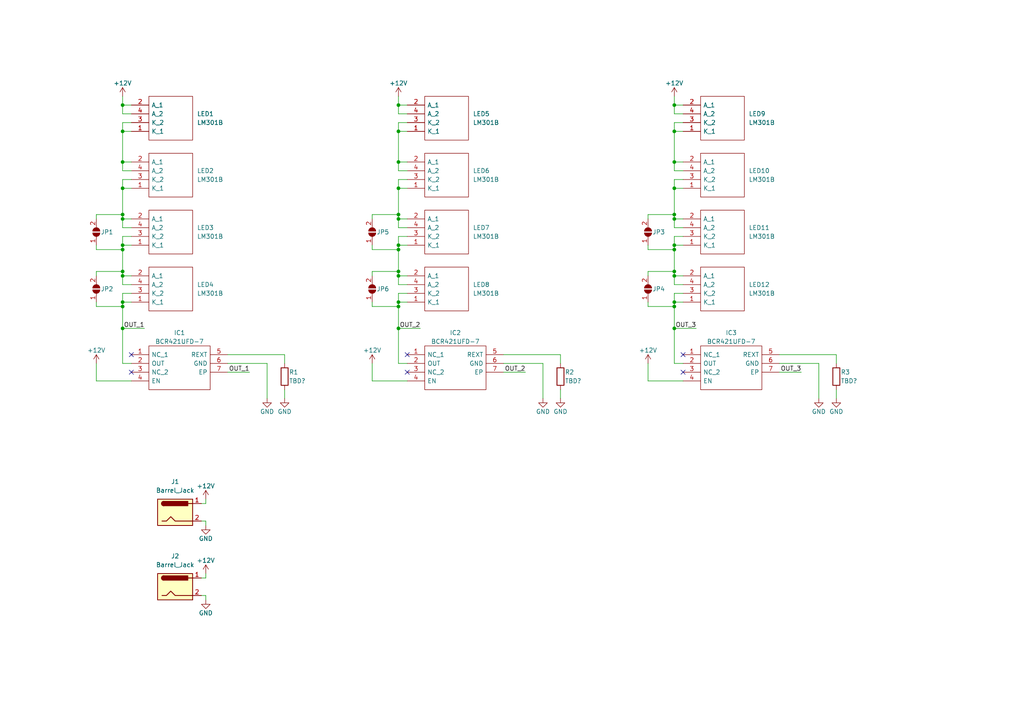
<source format=kicad_sch>
(kicad_sch (version 20211123) (generator eeschema)
  (paper "A4")
  (title_block (title "Kallax Light - White Light PCBA") (date "2022-12-06") (rev "Version 1"))
  (lib_symbols
    (symbol "BCR421UFD:BCR421UFD-7" (pin_names (offset 0.762))
      (property "Reference" "IC" (at 24.13 7.62 0))
      (property "Value" "BCR421UFD-7" (at 24.13 5.08 0))
      (symbol "BCR421UFD-7_0_0"
        (pin passive line (at 0 0 0) (length 5.08) (name "NC_1") (number "1"))
        (pin passive line (at 0 -2.54 0) (length 5.08) (name "OUT") (number "2"))
        (pin passive line (at 0 -5.08 0) (length 5.08) (name "NC_2") (number "3"))
        (pin passive line (at 0 -7.62 0) (length 5.08) (name "EN") (number "4"))
        (pin passive line (at 27.94 0 180) (length 5.08) (name "REXT") (number "5"))
        (pin passive line (at 27.94 -2.54 180) (length 5.08) (name "GND") (number "6"))
        (pin passive line (at 27.94 -5.08 180) (length 5.08) (name "EP") (number "7"))
      )
      (symbol "BCR421UFD-7_0_1"
        (polyline (pts (xy 5.08 2.54) (xy 22.86 2.54) (xy 22.86 -10.16) (xy 5.08 -10.16) (xy 5.08 2.54)) (stroke (width 0.1524)))
      )
    )
    (symbol "Connector:Barrel_Jack" (pin_names (offset 1.016))
      (property "Reference" "J" (at 0 5.334 0))
      (property "Value" "Barrel_Jack" (at 0 -5.08 0))
      (symbol "Barrel_Jack_0_1"
        (rectangle (start -5.08 3.81) (end 5.08 -3.81) (stroke (width 0.254)) (fill (type background)))
        (arc (start -3.302 3.175) (mid -3.937 2.54) (end -3.302 1.905) (stroke (width 0.254)))
        (arc (start -3.302 3.175) (mid -3.937 2.54) (end -3.302 1.905) (stroke (width 0.254)) (fill (type outline)))
        (polyline (pts (xy 5.08 2.54) (xy 3.81 2.54)) (stroke (width 0.254)))
        (polyline (pts (xy -3.81 -2.54) (xy -2.54 -2.54) (xy -1.27 -1.27) (xy 0 -2.54) (xy 2.54 -2.54) (xy 5.08 -2.54)) (stroke (width 0.254)))
        (rectangle (start 3.683 3.175) (end -3.302 1.905) (stroke (width 0.254)) (fill (type outline)))
      )
      (symbol "Barrel_Jack_1_1"
        (pin passive line (at 7.62 2.54 180) (length 2.54) (name "~") (number "1"))
        (pin passive line (at 7.62 -2.54 180) (length 2.54) (name "~") (number "2"))
      )
    )
    (symbol "Device:R" (pin_numbers hide) (pin_names (offset 0))
      (property "Reference" "R" (at 2.032 0 90))
      (property "Value" "R" (at 0 0 90))
      (symbol "R_0_1"
        (rectangle (start -1.016 -2.54) (end 1.016 2.54) (stroke (width 0.254)))
      )
      (symbol "R_1_1"
        (pin passive line (at 0 3.81 270) (length 1.27) (name "~") (number "1"))
        (pin passive line (at 0 -3.81 90) (length 1.27) (name "~") (number "2"))
      )
    )
    (symbol "Jumper:SolderJumper_2_Open" (pin_names (offset 0) hide)
      (property "Reference" "JP" (at 0 2.032 0))
      (property "Value" "SolderJumper_2_Open" (at 0 -2.54 0))
      (symbol "SolderJumper_2_Open_0_1"
        (arc (start -0.254 1.016) (mid -1.27 0) (end -0.254 -1.016))
        (arc (start -0.254 1.016) (mid -1.27 0) (end -0.254 -1.016) (fill (type outline)))
        (polyline (pts (xy -0.254 1.016) (xy -0.254 -1.016)))
        (polyline (pts (xy 0.254 1.016) (xy 0.254 -1.016)))
        (arc (start 0.254 -1.016) (mid 1.27 0) (end 0.254 1.016))
        (arc (start 0.254 -1.016) (mid 1.27 0) (end 0.254 1.016) (fill (type outline)))
      )
      (symbol "SolderJumper_2_Open_1_1"
        (pin passive line (at -3.81 0 0) (length 2.54) (name "A") (number "1"))
        (pin passive line (at 3.81 0 180) (length 2.54) (name "B") (number "2"))
      )
    )
    (symbol "LM301B:LM301B" (pin_names (offset 0.762))
      (property "Reference" "LED" (at 19.05 7.62 0))
      (property "Value" "LM301B" (at 19.05 5.08 0))
      (symbol "LM301B_0_0"
        (pin passive line (at 0 -7.62 0) (length 5.08) (name "K_1") (number "1"))
        (pin passive line (at 0 0 0) (length 5.08) (name "A_1") (number "2"))
        (pin passive line (at 0 -5.08 0) (length 5.08) (name "K_2") (number "3"))
        (pin passive line (at 0 -2.54 0) (length 5.08) (name "A_2") (number "4"))
      )
      (symbol "LM301B_0_1"
        (polyline (pts (xy 5.08 2.54) (xy 17.78 2.54) (xy 17.78 -10.16) (xy 5.08 -10.16) (xy 5.08 2.54)) (stroke (width 0.1524)))
      )
    )
    (symbol "power:+12V" (power) (pin_names (offset 0))
      (property "Value" "+12V" (at 0 3.556 0))
      (symbol "+12V_0_1"
        (polyline (pts (xy -0.762 1.27) (xy 0 2.54)))
        (polyline (pts (xy 0 0) (xy 0 2.54)))
        (polyline (pts (xy 0 2.54) (xy 0.762 1.27)))
      )
      (symbol "+12V_1_1"
        (pin power_in line (at 0 0 90) (length 0) hide (name "+12V") (number "1"))
      )
    )
    (symbol "power:GND" (power) (pin_names (offset 0))
      (property "Value" "GND" (at 0 -3.81 0))
      (symbol "GND_0_1"
        (polyline (pts (xy 0 0) (xy 0 -1.27) (xy 1.27 -1.27) (xy 0 -2.54) (xy -1.27 -1.27) (xy 0 -1.27)))
      )
      (symbol "GND_1_1"
        (pin power_in line (at 0 0 270) (length 0) hide (name "GND") (number "1"))
      )
    )
  )
  (junction (at 115.57 71.12))
  (junction (at 115.57 30.48))
  (junction (at 195.58 46.99))
  (junction (at 195.58 72.39))
  (junction (at 195.58 87.63))
  (junction (at 195.58 88.9))
  (junction (at 195.58 71.12))
  (junction (at 115.57 95.25))
  (junction (at 35.56 72.39))
  (junction (at 35.56 38.1))
  (junction (at 35.56 54.61))
  (junction (at 115.57 88.9))
  (junction (at 35.56 88.9))
  (junction (at 115.57 62.23))
  (junction (at 35.56 71.12))
  (junction (at 195.58 54.61))
  (junction (at 35.56 30.48))
  (junction (at 35.56 95.25))
  (junction (at 195.58 38.1))
  (junction (at 115.57 87.63))
  (junction (at 115.57 72.39))
  (junction (at 195.58 95.25))
  (junction (at 115.57 63.5))
  (junction (at 35.56 46.99))
  (junction (at 115.57 80.01))
  (junction (at 35.56 80.01))
  (junction (at 195.58 78.74))
  (junction (at 115.57 46.99))
  (junction (at 115.57 78.74))
  (junction (at 115.57 54.61))
  (junction (at 35.56 78.74))
  (junction (at 35.56 87.63))
  (junction (at 195.58 63.5))
  (junction (at 115.57 38.1))
  (junction (at 195.58 30.48))
  (junction (at 195.58 62.23))
  (junction (at 195.58 80.01))
  (junction (at 35.56 62.23))
  (junction (at 35.56 63.5))
  (no_connect (at 198.12 107.95))
  (no_connect (at 38.1 102.87))
  (no_connect (at 38.1 107.95))
  (no_connect (at 118.11 107.95))
  (no_connect (at 118.11 102.87))
  (no_connect (at 198.12 102.87))
  (wire (pts (xy 115.57 88.9) (xy 115.57 95.25)))
  (wire (pts (xy 195.58 80.01) (xy 198.12 80.01)))
  (wire (pts (xy 195.58 105.41) (xy 195.58 95.25)))
  (wire (pts (xy 118.11 52.07) (xy 115.57 52.07)))
  (wire (pts (xy 38.1 110.49) (xy 27.94 110.49)))
  (wire (pts (xy 195.58 82.55) (xy 198.12 82.55)))
  (wire (pts (xy 35.56 105.41) (xy 35.56 95.25)))
  (wire (pts (xy 118.11 35.56) (xy 115.57 35.56)))
  (wire (pts (xy 195.58 46.99) (xy 198.12 46.99)))
  (wire (pts (xy 118.11 68.58) (xy 115.57 68.58)))
  (wire (pts (xy 198.12 52.07) (xy 195.58 52.07)))
  (wire (pts (xy 107.95 72.39) (xy 115.57 72.39)))
  (wire (pts (xy 35.56 62.23) (xy 35.56 63.5)))
  (wire (pts (xy 187.96 110.49) (xy 187.96 105.41)))
  (wire (pts (xy 35.56 72.39) (xy 35.56 78.74)))
  (wire (pts (xy 66.04 102.87) (xy 82.55 102.87)))
  (wire (pts (xy 118.11 33.02) (xy 115.57 33.02)))
  (wire (pts (xy 35.56 46.99) (xy 35.56 49.53)))
  (wire (pts (xy 35.56 33.02) (xy 35.56 30.48)))
  (wire (pts (xy 35.56 80.01) (xy 38.1 80.01)))
  (wire (pts (xy 187.96 62.23) (xy 195.58 62.23)))
  (wire (pts (xy 118.11 85.09) (xy 115.57 85.09)))
  (wire (pts (xy 35.56 52.07) (xy 35.56 54.61)))
  (wire (pts (xy 35.56 71.12) (xy 35.56 72.39)))
  (wire (pts (xy 115.57 82.55) (xy 118.11 82.55)))
  (wire (pts (xy 107.95 78.74) (xy 115.57 78.74)))
  (wire (pts (xy 27.94 110.49) (xy 27.94 105.41)))
  (wire (pts (xy 115.57 35.56) (xy 115.57 38.1)))
  (wire (pts (xy 35.56 87.63) (xy 35.56 88.9)))
  (wire (pts (xy 115.57 78.74) (xy 115.57 80.01)))
  (wire (pts (xy 195.58 33.02) (xy 195.58 30.48)))
  (wire (pts (xy 195.58 52.07) (xy 195.58 54.61)))
  (wire (pts (xy 195.58 38.1) (xy 198.12 38.1)))
  (wire (pts (xy 35.56 95.25) (xy 41.91 95.25)))
  (wire (pts (xy 187.96 87.63) (xy 187.96 88.9)))
  (wire (pts (xy 198.12 66.04) (xy 195.58 66.04)))
  (wire (pts (xy 35.56 82.55) (xy 38.1 82.55)))
  (wire (pts (xy 115.57 87.63) (xy 115.57 88.9)))
  (wire (pts (xy 115.57 80.01) (xy 118.11 80.01)))
  (wire (pts (xy 35.56 49.53) (xy 38.1 49.53)))
  (wire (pts (xy 115.57 54.61) (xy 118.11 54.61)))
  (wire (pts (xy 59.69 146.05) (xy 59.69 144.78)))
  (wire (pts (xy 195.58 87.63) (xy 195.58 88.9)))
  (wire (pts (xy 35.56 46.99) (xy 38.1 46.99)))
  (wire (pts (xy 59.69 151.13) (xy 59.69 152.4)))
  (wire (pts (xy 118.11 110.49) (xy 107.95 110.49)))
  (wire (pts (xy 195.58 66.04) (xy 195.58 63.5)))
  (wire (pts (xy 58.42 172.72) (xy 59.69 172.72)))
  (wire (pts (xy 195.58 80.01) (xy 195.58 82.55)))
  (wire (pts (xy 27.94 72.39) (xy 35.56 72.39)))
  (wire (pts (xy 162.56 102.87) (xy 162.56 105.41)))
  (wire (pts (xy 27.94 63.5) (xy 27.94 62.23)))
  (wire (pts (xy 115.57 62.23) (xy 115.57 63.5)))
  (wire (pts (xy 195.58 71.12) (xy 195.58 72.39)))
  (wire (pts (xy 115.57 38.1) (xy 115.57 46.99)))
  (wire (pts (xy 198.12 68.58) (xy 195.58 68.58)))
  (wire (pts (xy 35.56 30.48) (xy 38.1 30.48)))
  (wire (pts (xy 146.05 105.41) (xy 157.48 105.41)))
  (wire (pts (xy 187.96 88.9) (xy 195.58 88.9)))
  (wire (pts (xy 195.58 27.94) (xy 195.58 30.48)))
  (wire (pts (xy 195.58 35.56) (xy 195.58 38.1)))
  (wire (pts (xy 195.58 71.12) (xy 198.12 71.12)))
  (wire (pts (xy 115.57 27.94) (xy 115.57 30.48)))
  (wire (pts (xy 82.55 102.87) (xy 82.55 105.41)))
  (wire (pts (xy 35.56 85.09) (xy 35.56 87.63)))
  (wire (pts (xy 35.56 88.9) (xy 35.56 95.25)))
  (wire (pts (xy 38.1 68.58) (xy 35.56 68.58)))
  (wire (pts (xy 195.58 54.61) (xy 198.12 54.61)))
  (wire (pts (xy 226.06 105.41) (xy 237.49 105.41)))
  (wire (pts (xy 107.95 62.23) (xy 115.57 62.23)))
  (wire (pts (xy 187.96 71.12) (xy 187.96 72.39)))
  (wire (pts (xy 115.57 71.12) (xy 118.11 71.12)))
  (wire (pts (xy 146.05 107.95) (xy 152.4 107.95)))
  (wire (pts (xy 115.57 52.07) (xy 115.57 54.61)))
  (wire (pts (xy 38.1 66.04) (xy 35.56 66.04)))
  (wire (pts (xy 35.56 27.94) (xy 35.56 30.48)))
  (wire (pts (xy 146.05 102.87) (xy 162.56 102.87)))
  (wire (pts (xy 27.94 71.12) (xy 27.94 72.39)))
  (wire (pts (xy 35.56 66.04) (xy 35.56 63.5)))
  (wire (pts (xy 195.58 87.63) (xy 198.12 87.63)))
  (wire (pts (xy 195.58 85.09) (xy 195.58 87.63)))
  (wire (pts (xy 77.47 105.41) (xy 77.47 115.57)))
  (wire (pts (xy 115.57 95.25) (xy 121.92 95.25)))
  (wire (pts (xy 35.56 54.61) (xy 35.56 62.23)))
  (wire (pts (xy 35.56 87.63) (xy 38.1 87.63)))
  (wire (pts (xy 195.58 54.61) (xy 195.58 62.23)))
  (wire (pts (xy 118.11 66.04) (xy 115.57 66.04)))
  (wire (pts (xy 195.58 95.25) (xy 201.93 95.25)))
  (wire (pts (xy 198.12 85.09) (xy 195.58 85.09)))
  (wire (pts (xy 35.56 78.74) (xy 35.56 80.01)))
  (wire (pts (xy 58.42 151.13) (xy 59.69 151.13)))
  (wire (pts (xy 115.57 105.41) (xy 115.57 95.25)))
  (wire (pts (xy 35.56 54.61) (xy 38.1 54.61)))
  (wire (pts (xy 115.57 68.58) (xy 115.57 71.12)))
  (wire (pts (xy 195.58 88.9) (xy 195.58 95.25)))
  (wire (pts (xy 107.95 71.12) (xy 107.95 72.39)))
  (wire (pts (xy 107.95 88.9) (xy 115.57 88.9)))
  (wire (pts (xy 198.12 105.41) (xy 195.58 105.41)))
  (wire (pts (xy 157.48 105.41) (xy 157.48 115.57)))
  (wire (pts (xy 226.06 102.87) (xy 242.57 102.87)))
  (wire (pts (xy 187.96 63.5) (xy 187.96 62.23)))
  (wire (pts (xy 27.94 62.23) (xy 35.56 62.23)))
  (wire (pts (xy 195.58 78.74) (xy 195.58 80.01)))
  (wire (pts (xy 58.42 167.64) (xy 59.69 167.64)))
  (wire (pts (xy 187.96 78.74) (xy 195.58 78.74)))
  (wire (pts (xy 195.58 30.48) (xy 198.12 30.48)))
  (wire (pts (xy 115.57 30.48) (xy 118.11 30.48)))
  (wire (pts (xy 107.95 110.49) (xy 107.95 105.41)))
  (wire (pts (xy 27.94 78.74) (xy 35.56 78.74)))
  (wire (pts (xy 115.57 46.99) (xy 115.57 49.53)))
  (wire (pts (xy 195.58 38.1) (xy 195.58 46.99)))
  (wire (pts (xy 115.57 80.01) (xy 115.57 82.55)))
  (wire (pts (xy 66.04 105.41) (xy 77.47 105.41)))
  (wire (pts (xy 115.57 87.63) (xy 118.11 87.63)))
  (wire (pts (xy 35.56 80.01) (xy 35.56 82.55)))
  (wire (pts (xy 27.94 88.9) (xy 35.56 88.9)))
  (wire (pts (xy 59.69 167.64) (xy 59.69 166.37)))
  (wire (pts (xy 195.58 46.99) (xy 195.58 49.53)))
  (wire (pts (xy 27.94 80.01) (xy 27.94 78.74)))
  (wire (pts (xy 115.57 54.61) (xy 115.57 62.23)))
  (wire (pts (xy 162.56 113.03) (xy 162.56 115.57)))
  (wire (pts (xy 59.69 172.72) (xy 59.69 173.99)))
  (wire (pts (xy 115.57 38.1) (xy 118.11 38.1)))
  (wire (pts (xy 107.95 63.5) (xy 107.95 62.23)))
  (wire (pts (xy 107.95 87.63) (xy 107.95 88.9)))
  (wire (pts (xy 195.58 68.58) (xy 195.58 71.12)))
  (wire (pts (xy 242.57 102.87) (xy 242.57 105.41)))
  (wire (pts (xy 38.1 35.56) (xy 35.56 35.56)))
  (wire (pts (xy 115.57 46.99) (xy 118.11 46.99)))
  (wire (pts (xy 38.1 52.07) (xy 35.56 52.07)))
  (wire (pts (xy 35.56 68.58) (xy 35.56 71.12)))
  (wire (pts (xy 187.96 72.39) (xy 195.58 72.39)))
  (wire (pts (xy 242.57 113.03) (xy 242.57 115.57)))
  (wire (pts (xy 118.11 105.41) (xy 115.57 105.41)))
  (wire (pts (xy 115.57 33.02) (xy 115.57 30.48)))
  (wire (pts (xy 195.58 63.5) (xy 198.12 63.5)))
  (wire (pts (xy 66.04 107.95) (xy 72.39 107.95)))
  (wire (pts (xy 198.12 35.56) (xy 195.58 35.56)))
  (wire (pts (xy 35.56 71.12) (xy 38.1 71.12)))
  (wire (pts (xy 195.58 62.23) (xy 195.58 63.5)))
  (wire (pts (xy 58.42 146.05) (xy 59.69 146.05)))
  (wire (pts (xy 35.56 35.56) (xy 35.56 38.1)))
  (wire (pts (xy 27.94 87.63) (xy 27.94 88.9)))
  (wire (pts (xy 115.57 66.04) (xy 115.57 63.5)))
  (wire (pts (xy 195.58 49.53) (xy 198.12 49.53)))
  (wire (pts (xy 107.95 80.01) (xy 107.95 78.74)))
  (wire (pts (xy 115.57 85.09) (xy 115.57 87.63)))
  (wire (pts (xy 195.58 72.39) (xy 195.58 78.74)))
  (wire (pts (xy 198.12 33.02) (xy 195.58 33.02)))
  (wire (pts (xy 115.57 71.12) (xy 115.57 72.39)))
  (wire (pts (xy 35.56 38.1) (xy 38.1 38.1)))
  (wire (pts (xy 237.49 105.41) (xy 237.49 115.57)))
  (wire (pts (xy 115.57 63.5) (xy 118.11 63.5)))
  (wire (pts (xy 115.57 72.39) (xy 115.57 78.74)))
  (wire (pts (xy 38.1 85.09) (xy 35.56 85.09)))
  (wire (pts (xy 82.55 113.03) (xy 82.55 115.57)))
  (wire (pts (xy 38.1 33.02) (xy 35.56 33.02)))
  (wire (pts (xy 187.96 80.01) (xy 187.96 78.74)))
  (wire (pts (xy 38.1 105.41) (xy 35.56 105.41)))
  (wire (pts (xy 35.56 63.5) (xy 38.1 63.5)))
  (wire (pts (xy 198.12 110.49) (xy 187.96 110.49)))
  (wire (pts (xy 226.06 107.95) (xy 232.41 107.95)))
  (wire (pts (xy 115.57 49.53) (xy 118.11 49.53)))
  (wire (pts (xy 35.56 38.1) (xy 35.56 46.99)))
  (label "OUT_2" (at 121.92 95.25 180))
  (label "OUT_2" (at 152.4 107.95 180))
  (label "OUT_1" (at 41.91 95.25 180))
  (label "OUT_1" (at 72.39 107.95 180))
  (label "OUT_3" (at 201.93 95.25 180))
  (label "OUT_3" (at 232.41 107.95 180))
  (symbol (lib_id "LM301B:LM301B") (at 118.11 30.48 0) (unit 1)
    (property "Reference" "LED5" (at 137.16 33.0199 0) (effects (justify left)))
    (property "Value" "LM301B" (at 137.16 35.5599 0) (effects (justify left)))
    (property "Footprint" "LM301B:LM301B" (effects hide))
    (property "Datasheet" "https://cdn.samsung.com/led/file/resource/2020/09/Data_Sheet_LM301B_CRI80_Rev.10.1.pdf" (effects hide))
    (property "Description" "Middle Power LED Series 3030" (effects hide))
    (property "Height" "0.85" (effects hide))
    (property "Manufacturer_Name" "Samsung" (effects hide))
    (property "Manufacturer_Part_Number" "LM301B" (effects hide))
    (property "Mouser Testing Price/Stock" "0.11" (effects hide))
  )
  (symbol (lib_id "Jumper:SolderJumper_2_Open") (at 187.96 83.82 90) (unit 1)
    (property "Reference" "JP4" (at 189.23 83.82 90) (effects (justify right)))
    (property "Value" "SolderJumper_2_Open" (effects hide))
    (property "Footprint" "Jumper:SolderJumper-2_P1.3mm_Open_TrianglePad1.0x1.5mm" (effects hide))
  )
  (symbol (lib_id "power:GND") (at 237.49 115.57 0) (unit 1)
    (property "Reference" "#PWR0114" (effects hide))
    (property "Value" "GND" (at 237.49 119.38 0))
  )
  (symbol (lib_id "LM301B:LM301B") (at 38.1 30.48 0) (unit 1)
    (property "Reference" "LED1" (at 57.15 33.0199 0) (effects (justify left)))
    (property "Value" "LM301B" (at 57.15 35.5599 0) (effects (justify left)))
    (property "Footprint" "LM301B:LM301B" (effects hide))
    (property "Datasheet" "https://cdn.samsung.com/led/file/resource/2020/09/Data_Sheet_LM301B_CRI80_Rev.10.1.pdf" (effects hide))
    (property "Description" "Middle Power LED Series 3030" (effects hide))
    (property "Height" "0.85" (effects hide))
    (property "Manufacturer_Name" "Samsung" (effects hide))
    (property "Manufacturer_Part_Number" "LM301B" (effects hide))
    (property "Mouser Testing Price/Stock" "0.11" (effects hide))
  )
  (symbol (lib_id "power:GND") (at 162.56 115.57 0) (unit 1)
    (property "Reference" "#PWR0110" (effects hide))
    (property "Value" "GND" (at 162.56 119.38 0))
  )
  (symbol (lib_id "power:GND") (at 82.55 115.57 0) (unit 1)
    (property "Reference" "#PWR0106" (effects hide))
    (property "Value" "GND" (at 82.55 119.38 0))
  )
  (symbol (lib_id "LM301B:LM301B") (at 198.12 63.5 0) (unit 1)
    (property "Reference" "LED11" (at 217.17 66.0399 0) (effects (justify left)))
    (property "Value" "LM301B" (at 217.17 68.5799 0) (effects (justify left)))
    (property "Footprint" "LM301B:LM301B" (effects hide))
    (property "Datasheet" "https://cdn.samsung.com/led/file/resource/2020/09/Data_Sheet_LM301B_CRI80_Rev.10.1.pdf" (effects hide))
    (property "Description" "Middle Power LED Series 3030" (effects hide))
    (property "Height" "0.85" (effects hide))
    (property "Manufacturer_Name" "Samsung" (effects hide))
    (property "Manufacturer_Part_Number" "LM301B" (effects hide))
    (property "Mouser Testing Price/Stock" "0.11" (effects hide))
  )
  (symbol (lib_id "power:+12V") (at 35.56 27.94 0) (unit 1)
    (property "Reference" "#PWR0108" (effects hide))
    (property "Value" "+12V" (at 35.56 24.13 0))
  )
  (symbol (lib_id "BCR421UFD:BCR421UFD-7") (at 38.1 102.87 0) (unit 1)
    (property "Reference" "IC1" (at 52.07 96.52 0))
    (property "Value" "BCR421UFD-7" (at 52.07 99.06 0))
    (property "Footprint" "BCR421UFD:BCR421UFD7" (effects hide))
    (property "Datasheet" "https://componentsearchengine.com/Datasheets/1/BCR421UFD-7.pdf" (effects hide))
    (property "Description" "LED Lighting Drivers" (effects hide))
    (property "Height" "0.63" (effects hide))
    (property "Manufacturer_Name" "Diodes Inc." (effects hide))
    (property "Manufacturer_Part_Number" "BCR421UFD-7" (effects hide))
    (property "Mouser Part Number" "621-BCR421UFD-7" (effects hide))
    (property "Mouser Price/Stock" "https://www.mouser.co.uk/ProductDetail/Diodes-Incorporated/BCR421UFD-7?qs=AQlKX63v8RtamrrqsDB0Tw%3D%3D" (effects hide))
    (property "Arrow Part Number" "BCR421UFD-7" (effects hide))
    (property "Arrow Price/Stock" "https://www.arrow.com/en/products/bcr421ufd-7/diodes-incorporated?region=nac" (effects hide))
    (property "Mouser Testing Price/Stock" "0.25" (effects hide))
  )
  (symbol (lib_id "BCR421UFD:BCR421UFD-7") (at 118.11 102.87 0) (unit 1)
    (property "Reference" "IC2" (at 132.08 96.52 0))
    (property "Value" "BCR421UFD-7" (at 132.08 99.06 0))
    (property "Footprint" "BCR421UFD:BCR421UFD7" (effects hide))
    (property "Datasheet" "https://componentsearchengine.com/Datasheets/1/BCR421UFD-7.pdf" (effects hide))
    (property "Description" "LED Lighting Drivers" (effects hide))
    (property "Height" "0.63" (effects hide))
    (property "Manufacturer_Name" "Diodes Inc." (effects hide))
    (property "Manufacturer_Part_Number" "BCR421UFD-7" (effects hide))
    (property "Mouser Part Number" "621-BCR421UFD-7" (effects hide))
    (property "Mouser Price/Stock" "https://www.mouser.co.uk/ProductDetail/Diodes-Incorporated/BCR421UFD-7?qs=AQlKX63v8RtamrrqsDB0Tw%3D%3D" (effects hide))
    (property "Arrow Part Number" "BCR421UFD-7" (effects hide))
    (property "Arrow Price/Stock" "https://www.arrow.com/en/products/bcr421ufd-7/diodes-incorporated?region=nac" (effects hide))
    (property "Mouser Testing Price/Stock" "0.25" (effects hide))
  )
  (symbol (lib_id "power:+12V") (at 59.69 166.37 0) (unit 1)
    (property "Reference" "#PWR0103" (effects hide))
    (property "Value" "+12V" (at 59.69 162.56 0))
  )
  (symbol (lib_id "LM301B:LM301B") (at 198.12 30.48 0) (unit 1)
    (property "Reference" "LED9" (at 217.17 33.0199 0) (effects (justify left)))
    (property "Value" "LM301B" (at 217.17 35.5599 0) (effects (justify left)))
    (property "Footprint" "LM301B:LM301B" (effects hide))
    (property "Datasheet" "https://cdn.samsung.com/led/file/resource/2020/09/Data_Sheet_LM301B_CRI80_Rev.10.1.pdf" (effects hide))
    (property "Description" "Middle Power LED Series 3030" (effects hide))
    (property "Height" "0.85" (effects hide))
    (property "Manufacturer_Name" "Samsung" (effects hide))
    (property "Manufacturer_Part_Number" "LM301B" (effects hide))
    (property "Mouser Testing Price/Stock" "0.11" (effects hide))
  )
  (symbol (lib_id "power:+12V") (at 195.58 27.94 0) (unit 1)
    (property "Reference" "#PWR0116" (effects hide))
    (property "Value" "+12V" (at 195.58 24.13 0))
  )
  (symbol (lib_id "Jumper:SolderJumper_2_Open") (at 187.96 67.31 90) (unit 1)
    (property "Reference" "JP3" (at 189.23 67.31 90) (effects (justify right)))
    (property "Value" "SolderJumper_2_Open" (effects hide))
    (property "Footprint" "Jumper:SolderJumper-2_P1.3mm_Open_TrianglePad1.0x1.5mm" (effects hide))
  )
  (symbol (lib_id "power:GND") (at 157.48 115.57 0) (unit 1)
    (property "Reference" "#PWR0111" (effects hide))
    (property "Value" "GND" (at 157.48 119.38 0))
  )
  (symbol (lib_id "power:GND") (at 59.69 173.99 0) (unit 1)
    (property "Reference" "#PWR0104" (effects hide))
    (property "Value" "GND" (at 59.69 177.8 0))
  )
  (symbol (lib_id "power:+12V") (at 107.95 105.41 0) (unit 1)
    (property "Reference" "#PWR0109" (effects hide))
    (property "Value" "+12V" (at 107.95 101.6 0))
  )
  (symbol (lib_id "LM301B:LM301B") (at 198.12 46.99 0) (unit 1)
    (property "Reference" "LED10" (at 217.17 49.5299 0) (effects (justify left)))
    (property "Value" "LM301B" (at 217.17 52.0699 0) (effects (justify left)))
    (property "Footprint" "LM301B:LM301B" (effects hide))
    (property "Datasheet" "https://cdn.samsung.com/led/file/resource/2020/09/Data_Sheet_LM301B_CRI80_Rev.10.1.pdf" (effects hide))
    (property "Description" "Middle Power LED Series 3030" (effects hide))
    (property "Height" "0.85" (effects hide))
    (property "Manufacturer_Name" "Samsung" (effects hide))
    (property "Manufacturer_Part_Number" "LM301B" (effects hide))
    (property "Mouser Testing Price/Stock" "0.11" (effects hide))
  )
  (symbol (lib_id "power:+12V") (at 59.69 144.78 0) (unit 1)
    (property "Reference" "#PWR0101" (effects hide))
    (property "Value" "+12V" (at 59.69 140.97 0))
  )
  (symbol (lib_id "power:+12V") (at 187.96 105.41 0) (unit 1)
    (property "Reference" "#PWR0115" (effects hide))
    (property "Value" "+12V" (at 187.96 101.6 0))
  )
  (symbol (lib_id "Device:R") (at 82.55 109.22 0) (unit 1)
    (property "Reference" "R1" (at 83.82 107.95 0) (effects (justify left)))
    (property "Value" "TBD?" (at 83.82 110.49 0) (effects (justify left)))
    (property "Footprint" "Resistor_SMD:R_1206_3216Metric_Pad1.30x1.75mm_HandSolder" (effects hide))
    (property "Mouser Testing Price/Stock" ".08" (effects hide))
  )
  (symbol (lib_id "LM301B:LM301B") (at 38.1 63.5 0) (unit 1)
    (property "Reference" "LED3" (at 57.15 66.0399 0) (effects (justify left)))
    (property "Value" "LM301B" (at 57.15 68.5799 0) (effects (justify left)))
    (property "Footprint" "LM301B:LM301B" (effects hide))
    (property "Datasheet" "https://cdn.samsung.com/led/file/resource/2020/09/Data_Sheet_LM301B_CRI80_Rev.10.1.pdf" (effects hide))
    (property "Description" "Middle Power LED Series 3030" (effects hide))
    (property "Height" "0.85" (effects hide))
    (property "Manufacturer_Name" "Samsung" (effects hide))
    (property "Manufacturer_Part_Number" "LM301B" (effects hide))
    (property "Mouser Testing Price/Stock" "0.11" (effects hide))
  )
  (symbol (lib_id "power:GND") (at 77.47 115.57 0) (unit 1)
    (property "Reference" "#PWR0107" (effects hide))
    (property "Value" "GND" (at 77.47 119.38 0))
  )
  (symbol (lib_id "LM301B:LM301B") (at 198.12 80.01 0) (unit 1)
    (property "Reference" "LED12" (at 217.17 82.5499 0) (effects (justify left)))
    (property "Value" "LM301B" (at 217.17 85.0899 0) (effects (justify left)))
    (property "Footprint" "LM301B:LM301B" (effects hide))
    (property "Datasheet" "https://cdn.samsung.com/led/file/resource/2020/09/Data_Sheet_LM301B_CRI80_Rev.10.1.pdf" (effects hide))
    (property "Description" "Middle Power LED Series 3030" (effects hide))
    (property "Height" "0.85" (effects hide))
    (property "Manufacturer_Name" "Samsung" (effects hide))
    (property "Manufacturer_Part_Number" "LM301B" (effects hide))
    (property "Mouser Testing Price/Stock" "0.11" (effects hide))
  )
  (symbol (lib_id "LM301B:LM301B") (at 118.11 46.99 0) (unit 1)
    (property "Reference" "LED6" (at 137.16 49.5299 0) (effects (justify left)))
    (property "Value" "LM301B" (at 137.16 52.0699 0) (effects (justify left)))
    (property "Footprint" "LM301B:LM301B" (effects hide))
    (property "Datasheet" "https://cdn.samsung.com/led/file/resource/2020/09/Data_Sheet_LM301B_CRI80_Rev.10.1.pdf" (effects hide))
    (property "Description" "Middle Power LED Series 3030" (effects hide))
    (property "Height" "0.85" (effects hide))
    (property "Manufacturer_Name" "Samsung" (effects hide))
    (property "Manufacturer_Part_Number" "LM301B" (effects hide))
    (property "Mouser Testing Price/Stock" "0.11" (effects hide))
  )
  (symbol (lib_id "LM301B:LM301B") (at 38.1 46.99 0) (unit 1)
    (property "Reference" "LED2" (at 57.15 49.5299 0) (effects (justify left)))
    (property "Value" "LM301B" (at 57.15 52.0699 0) (effects (justify left)))
    (property "Footprint" "LM301B:LM301B" (effects hide))
    (property "Datasheet" "https://cdn.samsung.com/led/file/resource/2020/09/Data_Sheet_LM301B_CRI80_Rev.10.1.pdf" (effects hide))
    (property "Description" "Middle Power LED Series 3030" (effects hide))
    (property "Height" "0.85" (effects hide))
    (property "Manufacturer_Name" "Samsung" (effects hide))
    (property "Manufacturer_Part_Number" "LM301B" (effects hide))
    (property "Mouser Testing Price/Stock" "0.11" (effects hide))
  )
  (symbol (lib_id "Connector:Barrel_Jack") (at 50.8 170.18 0) (unit 1)
    (property "Reference" "J2" (at 50.8 161.29 0))
    (property "Value" "Barrel_Jack" (at 50.8 163.83 0))
    (property "Footprint" "Connector_BarrelJack:BarrelJack_CUI_PJ-102AH_Horizontal" (effects hide))
    (property "Manufacturer_Name" "CUI Devices" (effects hide))
    (property "Manufacturer_Part_Number" "PJ-102AH" (effects hide))
    (property "Mouser Testing Price/Stock" "0.50" (effects hide))
  )
  (symbol (lib_id "Device:R") (at 242.57 109.22 0) (unit 1)
    (property "Reference" "R3" (at 243.84 107.95 0) (effects (justify left)))
    (property "Value" "TBD?" (at 243.84 110.49 0) (effects (justify left)))
    (property "Footprint" "Resistor_SMD:R_1206_3216Metric_Pad1.30x1.75mm_HandSolder" (effects hide))
    (property "Mouser Testing Price/Stock" ".08" (effects hide))
  )
  (symbol (lib_id "Jumper:SolderJumper_2_Open") (at 27.94 67.31 90) (unit 1)
    (property "Reference" "JP1" (at 29.21 67.31 90) (effects (justify right)))
    (property "Value" "SolderJumper_2_Open" (effects hide))
    (property "Footprint" "Jumper:SolderJumper-2_P1.3mm_Open_TrianglePad1.0x1.5mm" (effects hide))
  )
  (symbol (lib_id "Connector:Barrel_Jack") (at 50.8 148.59 0) (unit 1)
    (property "Reference" "J1" (at 50.8 139.7 0))
    (property "Value" "Barrel_Jack" (at 50.8 142.24 0))
    (property "Footprint" "Connector_BarrelJack:BarrelJack_CUI_PJ-102AH_Horizontal" (effects hide))
    (property "Manufacturer_Name" "CUI Devices" (effects hide))
    (property "Manufacturer_Part_Number" "PJ-102AH" (effects hide))
    (property "Mouser Testing Price/Stock" "0.50" (effects hide))
  )
  (symbol (lib_id "Jumper:SolderJumper_2_Open") (at 27.94 83.82 90) (unit 1)
    (property "Reference" "JP2" (at 29.21 83.82 90) (effects (justify right)))
    (property "Value" "SolderJumper_2_Open" (effects hide))
    (property "Footprint" "Jumper:SolderJumper-2_P1.3mm_Open_TrianglePad1.0x1.5mm" (effects hide))
  )
  (symbol (lib_id "Device:R") (at 162.56 109.22 0) (unit 1)
    (property "Reference" "R2" (at 163.83 107.95 0) (effects (justify left)))
    (property "Value" "TBD?" (at 163.83 110.49 0) (effects (justify left)))
    (property "Footprint" "Resistor_SMD:R_1206_3216Metric_Pad1.30x1.75mm_HandSolder" (effects hide))
    (property "Mouser Testing Price/Stock" ".08" (effects hide))
  )
  (symbol (lib_id "power:GND") (at 242.57 115.57 0) (unit 1)
    (property "Reference" "#PWR0113" (effects hide))
    (property "Value" "GND" (at 242.57 119.38 0))
  )
  (symbol (lib_id "Jumper:SolderJumper_2_Open") (at 107.95 67.31 90) (unit 1)
    (property "Reference" "JP5" (at 109.22 67.31 90) (effects (justify right)))
    (property "Value" "SolderJumper_2_Open" (effects hide))
    (property "Footprint" "Jumper:SolderJumper-2_P1.3mm_Open_TrianglePad1.0x1.5mm" (effects hide))
  )
  (symbol (lib_id "LM301B:LM301B") (at 118.11 63.5 0) (unit 1)
    (property "Reference" "LED7" (at 137.16 66.0399 0) (effects (justify left)))
    (property "Value" "LM301B" (at 137.16 68.5799 0) (effects (justify left)))
    (property "Footprint" "LM301B:LM301B" (effects hide))
    (property "Datasheet" "https://cdn.samsung.com/led/file/resource/2020/09/Data_Sheet_LM301B_CRI80_Rev.10.1.pdf" (effects hide))
    (property "Description" "Middle Power LED Series 3030" (effects hide))
    (property "Height" "0.85" (effects hide))
    (property "Manufacturer_Name" "Samsung" (effects hide))
    (property "Manufacturer_Part_Number" "LM301B" (effects hide))
    (property "Mouser Testing Price/Stock" "0.11" (effects hide))
  )
  (symbol (lib_id "power:GND") (at 59.69 152.4 0) (unit 1)
    (property "Reference" "#PWR0102" (effects hide))
    (property "Value" "GND" (at 59.69 156.21 0))
  )
  (symbol (lib_id "LM301B:LM301B") (at 118.11 80.01 0) (unit 1)
    (property "Reference" "LED8" (at 137.16 82.5499 0) (effects (justify left)))
    (property "Value" "LM301B" (at 137.16 85.0899 0) (effects (justify left)))
    (property "Footprint" "LM301B:LM301B" (effects hide))
    (property "Datasheet" "https://cdn.samsung.com/led/file/resource/2020/09/Data_Sheet_LM301B_CRI80_Rev.10.1.pdf" (effects hide))
    (property "Description" "Middle Power LED Series 3030" (effects hide))
    (property "Height" "0.85" (effects hide))
    (property "Manufacturer_Name" "Samsung" (effects hide))
    (property "Manufacturer_Part_Number" "LM301B" (effects hide))
    (property "Mouser Testing Price/Stock" "0.11" (effects hide))
  )
  (symbol (lib_id "LM301B:LM301B") (at 38.1 80.01 0) (unit 1)
    (property "Reference" "LED4" (at 57.15 82.5499 0) (effects (justify left)))
    (property "Value" "LM301B" (at 57.15 85.0899 0) (effects (justify left)))
    (property "Footprint" "LM301B:LM301B" (effects hide))
    (property "Datasheet" "https://cdn.samsung.com/led/file/resource/2020/09/Data_Sheet_LM301B_CRI80_Rev.10.1.pdf" (effects hide))
    (property "Description" "Middle Power LED Series 3030" (effects hide))
    (property "Height" "0.85" (effects hide))
    (property "Manufacturer_Name" "Samsung" (effects hide))
    (property "Manufacturer_Part_Number" "LM301B" (effects hide))
    (property "Mouser Testing Price/Stock" "0.11" (effects hide))
  )
  (symbol (lib_id "BCR421UFD:BCR421UFD-7") (at 198.12 102.87 0) (unit 1)
    (property "Reference" "IC3" (at 212.09 96.52 0))
    (property "Value" "BCR421UFD-7" (at 212.09 99.06 0))
    (property "Footprint" "BCR421UFD:BCR421UFD7" (effects hide))
    (property "Datasheet" "https://componentsearchengine.com/Datasheets/1/BCR421UFD-7.pdf" (effects hide))
    (property "Description" "LED Lighting Drivers" (effects hide))
    (property "Height" "0.63" (effects hide))
    (property "Manufacturer_Name" "Diodes Inc." (effects hide))
    (property "Manufacturer_Part_Number" "BCR421UFD-7" (effects hide))
    (property "Mouser Part Number" "621-BCR421UFD-7" (effects hide))
    (property "Mouser Price/Stock" "https://www.mouser.co.uk/ProductDetail/Diodes-Incorporated/BCR421UFD-7?qs=AQlKX63v8RtamrrqsDB0Tw%3D%3D" (effects hide))
    (property "Arrow Part Number" "BCR421UFD-7" (effects hide))
    (property "Arrow Price/Stock" "https://www.arrow.com/en/products/bcr421ufd-7/diodes-incorporated?region=nac" (effects hide))
    (property "Mouser Testing Price/Stock" "0.25" (effects hide))
  )
  (symbol (lib_id "power:+12V") (at 115.57 27.94 0) (unit 1)
    (property "Reference" "#PWR0112" (effects hide))
    (property "Value" "+12V" (at 115.57 24.13 0))
  )
  (symbol (lib_id "power:+12V") (at 27.94 105.41 0) (unit 1)
    (property "Reference" "#PWR0105" (effects hide))
    (property "Value" "+12V" (at 27.94 101.6 0))
  )
  (symbol (lib_id "Jumper:SolderJumper_2_Open") (at 107.95 83.82 90) (unit 1)
    (property "Reference" "JP6" (at 109.22 83.82 90) (effects (justify right)))
    (property "Value" "SolderJumper_2_Open" (effects hide))
    (property "Footprint" "Jumper:SolderJumper-2_P1.3mm_Open_TrianglePad1.0x1.5mm" (effects hide))
  )
)
</source>
